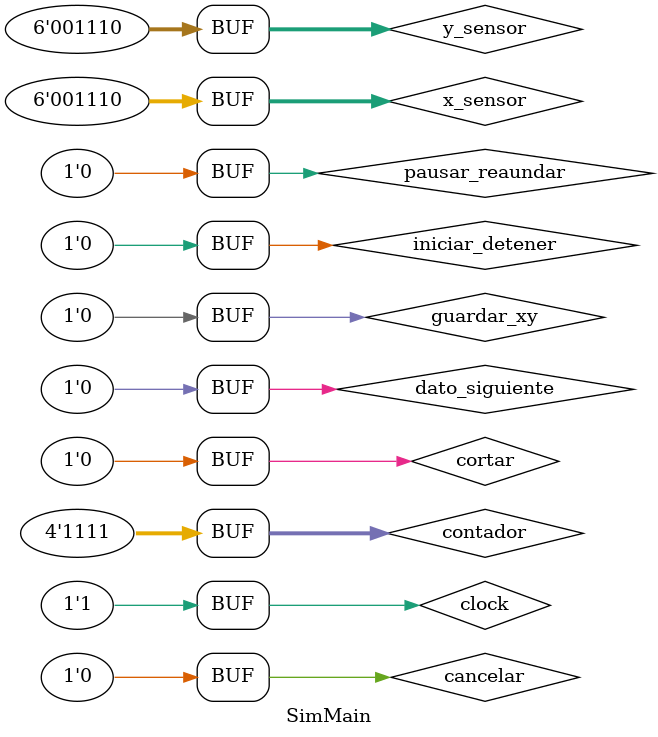
<source format=v>
`timescale 1ns / 1ps


module SimMain;

	// Inputs
	reg iniciar_detener;
	reg pausar_reaundar;
	reg cancelar;
	reg cortar;
	reg [5:0] x_sensor;
	reg [5:0] y_sensor;
	reg guardar_xy;
	reg dato_siguiente;
	reg clock;
	
	reg [3:0] contador;

	// Outputs
	wire [5:0] x_salida;
	wire [5:0] y_salida;
	wire cortando;
	wire [3:0] estado_actual;

	// Instantiate the Unit Under Test (UUT)
	mainMemoria uut (
		.iniciar_detener(iniciar_detener), 
		.pausar_reaundar(pausar_reaundar), 
		.cancelar(cancelar), 
		.cortar(cortar), 
		.x_sensor(x_sensor), 
		.y_sensor(y_sensor), 
		.x_salida(x_salida), 
		.y_salida(y_salida), 
		.cortando(cortando), 
		.guardar_xy(guardar_xy), 
		.dato_siguiente(dato_siguiente), 
		.clock(clock), 
		.estado_actual(estado_actual)
	);

	initial begin
		// Initialize Inputs
		iniciar_detener = 0;
		pausar_reaundar = 0;
		cancelar = 0;
		cortar = 0;
		x_sensor = 0;
		y_sensor = 0;
		guardar_xy = 0;
		dato_siguiente = 0;
		clock = 0;

		// Wait 100 ns for global reset to finish
		#50;
      
		iniciar_detener = 1;
		
		
		#50;

		iniciar_detener = 0;
		
		#50;
		
		for(contador=1; contador <15; contador = contador+1)
			begin
			x_sensor <= contador;
			y_sensor <= contador;
			#50;
			guardar_xy <= 1;
			#50;
			guardar_xy <= 0;
			end
		
		/*#50;
		x_sensor <= 6'b111111;
		y_sensor <= 6'b111111;
		
		#50;
		guardar_xy = 1;
		#50;
		guardar_xy = 0;*/
		
		#50;
		
		cortar = 1;
		
		#50;
		
		
		cortar = 0;
		
		
		#100;
		
		for(contador=1; contador <15; contador = contador+1)
			begin
			#50;
			dato_siguiente <= 1;
			#50;
			dato_siguiente <= 0;
			end
		
	   #10;
		
		
		
		// Add stimulus here

	end
	
	always begin 
	clock = 0;#5;
	clock = 1;#5;
	end
      
endmodule


</source>
